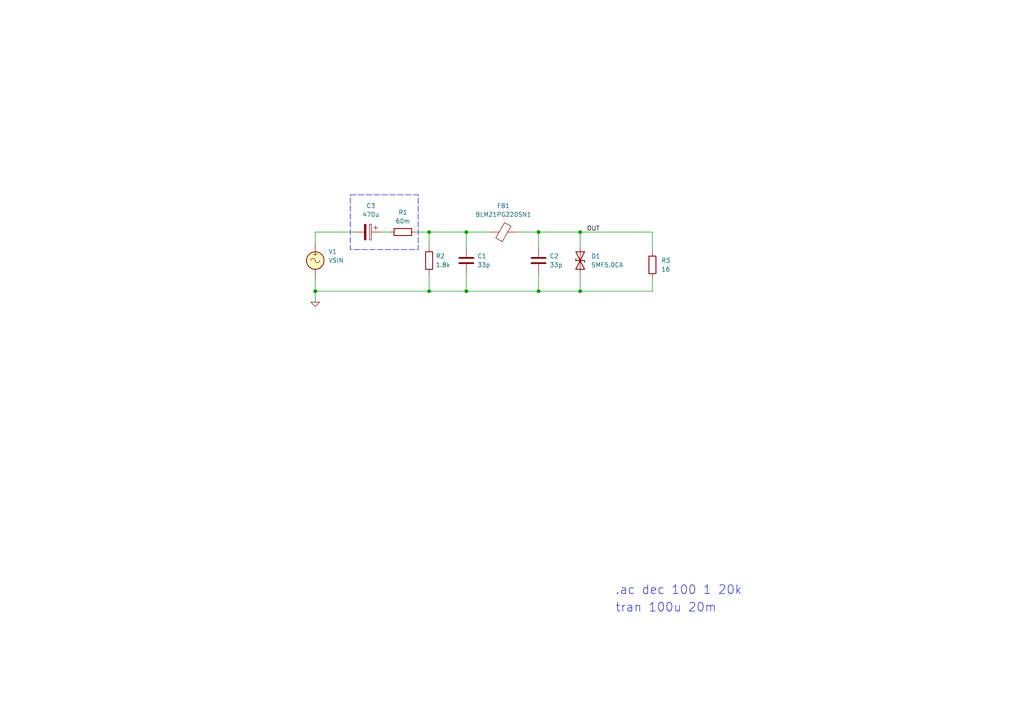
<source format=kicad_sch>
(kicad_sch (version 20230121) (generator eeschema)
  (paper "A4")
  (lib_symbols
    (symbol "Device:C" (pin_numbers hide) (pin_names (offset 0.254))
      (property "Reference" "C" (at 0.635 2.54 0))
      (property "Value" "C" (at 0.635 -2.54 0))
      (symbol "C_0_1"
        (polyline (pts (xy -2.032 -0.762) (xy 2.032 -0.762)) (stroke (width 0.508)))
        (polyline (pts (xy -2.032 0.762) (xy 2.032 0.762)) (stroke (width 0.508)))
      )
      (symbol "C_1_1"
        (pin passive line (at 0 3.81 270) (length 2.794) (name "~") (number "1"))
        (pin passive line (at 0 -3.81 90) (length 2.794) (name "~") (number "2"))
      )
    )
    (symbol "Device:C_Polarized" (pin_numbers hide) (pin_names (offset 0.254))
      (property "Reference" "C" (at 0.635 2.54 0))
      (property "Value" "C_Polarized" (at 0.635 -2.54 0))
      (symbol "C_Polarized_0_1"
        (rectangle (start -2.286 0.508) (end 2.286 1.016))
        (polyline (pts (xy -1.778 2.286) (xy -0.762 2.286)))
        (polyline (pts (xy -1.27 2.794) (xy -1.27 1.778)))
        (rectangle (start 2.286 -0.508) (end -2.286 -1.016) (fill (type outline)))
      )
      (symbol "C_Polarized_1_1"
        (pin passive line (at 0 3.81 270) (length 2.794) (name "~") (number "1"))
        (pin passive line (at 0 -3.81 90) (length 2.794) (name "~") (number "2"))
      )
    )
    (symbol "Device:D_TVS" (pin_numbers hide) (pin_names (offset 1.016) hide)
      (property "Reference" "D" (at 0 2.54 0))
      (property "Value" "D_TVS" (at 0 -2.54 0))
      (symbol "D_TVS_0_1"
        (polyline (pts (xy 1.27 0) (xy -1.27 0)))
        (polyline (pts (xy 0.508 1.27) (xy 0 1.27) (xy 0 -1.27) (xy -0.508 -1.27)) (stroke (width 0.254)))
        (polyline (pts (xy -2.54 1.27) (xy -2.54 -1.27) (xy 2.54 1.27) (xy 2.54 -1.27) (xy -2.54 1.27)) (stroke (width 0.254)))
      )
      (symbol "D_TVS_1_1"
        (pin passive line (at -3.81 0 0) (length 2.54) (name "A1") (number "1"))
        (pin passive line (at 3.81 0 180) (length 2.54) (name "A2") (number "2"))
      )
    )
    (symbol "Device:FerriteBead" (pin_numbers hide) (pin_names (offset 0))
      (property "Reference" "FB" (at -3.81 0.635 90))
      (property "Value" "FerriteBead" (at 3.81 0 90))
      (symbol "FerriteBead_0_1"
        (polyline (pts (xy 0 -1.27) (xy 0 -1.2192)))
        (polyline (pts (xy 0 1.27) (xy 0 1.2954)))
        (polyline (pts (xy -2.7686 0.4064) (xy -1.7018 2.2606) (xy 2.7686 -0.3048) (xy 1.6764 -2.159) (xy -2.7686 0.4064)))
      )
      (symbol "FerriteBead_1_1"
        (pin passive line (at 0 3.81 270) (length 2.54) (name "~") (number "1"))
        (pin passive line (at 0 -3.81 90) (length 2.54) (name "~") (number "2"))
      )
    )
    (symbol "Device:R" (pin_numbers hide) (pin_names (offset 0))
      (property "Reference" "R" (at 2.032 0 90))
      (property "Value" "R" (at 0 0 90))
      (symbol "R_0_1"
        (rectangle (start -1.016 -2.54) (end 1.016 2.54) (stroke (width 0.254)))
      )
      (symbol "R_1_1"
        (pin passive line (at 0 3.81 270) (length 1.27) (name "~") (number "1"))
        (pin passive line (at 0 -3.81 90) (length 1.27) (name "~") (number "2"))
      )
    )
    (symbol "Simulation_SPICE:0" (power) (pin_names (offset 0))
      (property "Value" "0" (at 0 -1.778 0))
      (symbol "0_0_1"
        (polyline (pts (xy -1.27 0) (xy 0 -1.27) (xy 1.27 0) (xy -1.27 0)))
      )
      (symbol "0_1_1"
        (pin power_in line (at 0 0 0) (length 0) hide (name "0") (number "1"))
      )
    )
    (symbol "Simulation_SPICE:VSIN" (pin_numbers hide) (pin_names (offset 0.0254))
      (property "Reference" "V" (at 2.54 2.54 0))
      (property "Value" "VSIN" (at 2.54 0 0))
      (property "Sim.Params" "dc=0 ampl=1 f=1k ac=1" (at 2.54 -2.54 0))
      (symbol "VSIN_0_0"
        (arc (start 0 0) (mid -0.635 0.6323) (end -1.27 0))
        (arc (start 0 0) (mid 0.635 -0.6323) (end 1.27 0))
        (text "+" (at 0 1.905 0) (effects (font (size 1.27 1.27))))
      )
      (symbol "VSIN_0_1"
        (circle (center 0 0) (radius 2.54) (stroke (width 0.254)) (fill (type background)))
      )
      (symbol "VSIN_1_1"
        (pin passive line (at 0 5.08 270) (length 2.54) (name "~") (number "1"))
        (pin passive line (at 0 -5.08 90) (length 2.54) (name "~") (number "2"))
      )
    )
  )
  (junction (at 124.46 67.31))
  (junction (at 156.21 67.31))
  (junction (at 91.44 84.455))
  (junction (at 168.275 67.31))
  (junction (at 135.255 67.31))
  (junction (at 168.275 84.455))
  (junction (at 156.21 84.455))
  (junction (at 124.46 84.455))
  (junction (at 135.255 84.455))
  (wire (pts (xy 189.23 80.645) (xy 189.23 84.455)))
  (wire (pts (xy 156.21 79.375) (xy 156.21 84.455)))
  (wire (pts (xy 149.86 67.31) (xy 156.21 67.31)))
  (wire (pts (xy 168.275 67.31) (xy 156.21 67.31)))
  (wire (pts (xy 135.255 79.375) (xy 135.255 84.455)))
  (wire (pts (xy 91.44 80.645) (xy 91.44 84.455)))
  (wire (pts (xy 156.21 84.455) (xy 135.255 84.455)))
  (wire (pts (xy 156.21 67.31) (xy 156.21 71.755)))
  (wire (pts (xy 168.275 67.31) (xy 189.23 67.31)))
  (wire (pts (xy 135.255 67.31) (xy 142.24 67.31)))
  (wire (pts (xy 135.255 84.455) (xy 124.46 84.455)))
  (wire (pts (xy 189.23 73.025) (xy 189.23 67.31)))
  (wire (pts (xy 168.275 84.455) (xy 156.21 84.455)))
  (wire (pts (xy 91.44 67.31) (xy 102.87 67.31)))
  (wire (pts (xy 91.44 70.485) (xy 91.44 67.31)))
  (wire (pts (xy 135.255 71.755) (xy 135.255 67.31)))
  (wire (pts (xy 168.275 79.375) (xy 168.275 84.455)))
  (wire (pts (xy 124.46 84.455) (xy 124.46 79.375)))
  (wire (pts (xy 168.275 71.755) (xy 168.275 67.31)))
  (wire (pts (xy 91.44 84.455) (xy 91.44 87.63)))
  (wire (pts (xy 124.46 67.31) (xy 135.255 67.31)))
  (wire (pts (xy 91.44 84.455) (xy 124.46 84.455)))
  (wire (pts (xy 110.49 67.31) (xy 113.03 67.31)))
  (wire (pts (xy 189.23 84.455) (xy 168.275 84.455)))
  (wire (pts (xy 124.46 71.755) (xy 124.46 67.31)))
  (wire (pts (xy 120.65 67.31) (xy 124.46 67.31)))
  (rectangle (start 101.6 56.515) (end 121.285 72.39) (stroke (width 0) (type dash)))
  (text ".ac dec 100 1 20k" (at 178.435 172.72 0) (effects (font (size 2.54 2.54)) (justify left bottom)))
  (text "tran 100u 20m" (at 178.435 177.8 0) (effects (font (size 2.54 2.54)) (justify left bottom)))
  (label "OUT" (at 173.99 67.31 180))
  (symbol (lib_id "Device:C") (at 156.21 75.565 0) (unit 1)
    (property "Reference" "C2" (at 159.385 74.295 0) (effects (justify left)))
    (property "Value" "33p" (at 159.385 76.835 0) (effects (justify left)))
  )
  (symbol (lib_id "Device:R") (at 189.23 76.835 0) (unit 1)
    (property "Reference" "R3" (at 191.77 75.565 0) (effects (justify left)))
    (property "Value" "16" (at 191.77 78.105 0) (effects (justify left)))
  )
  (symbol (lib_id "Device:D_TVS") (at 168.275 75.565 90) (unit 1)
    (property "Reference" "D1" (at 171.45 74.295 90) (effects (justify right)))
    (property "Value" "SMF5.0CA" (at 171.45 76.835 90) (effects (justify right)))
    (property "Sim.Library" "SPICEModels/SMAJxxxCA.lib" (effects hide))
    (property "Sim.Name" "SMAJ5.0CA" (effects hide))
    (property "Sim.Device" "SUBCKT" (effects hide))
    (property "Sim.Pins" "1=1 2=2" (effects hide))
  )
  (symbol (lib_id "Simulation_SPICE:0") (at 91.44 87.63 0) (unit 1)
    (property "Reference" "#GND01" (effects hide))
    (property "Value" "0" (effects hide))
  )
  (symbol (lib_id "Simulation_SPICE:VSIN") (at 91.44 75.565 0) (unit 1)
    (property "Reference" "V1" (at 95.25 72.9892 0) (effects (justify left)))
    (property "Value" "VSIN" (at 95.25 75.5292 0) (effects (justify left)))
    (property "Sim.Pins" "1=+ 2=-" (effects hide))
    (property "Sim.Params" "dc=0 ampl=1 f=1k td=0 theta=0 phase=0 ac=1" (effects hide))
    (property "Sim.Type" "SIN" (effects hide))
    (property "Sim.Device" "V" (effects hide))
  )
  (symbol (lib_id "Device:C") (at 135.255 75.565 0) (unit 1)
    (property "Reference" "C1" (at 138.43 74.295 0) (effects (justify left)))
    (property "Value" "33p" (at 138.43 76.835 0) (effects (justify left)))
    (property "Sim.Device" "C" (effects hide))
    (property "Sim.Params" "c=33p" (effects hide))
    (property "Sim.Pins" "1=+ 2=-" (effects hide))
  )
  (symbol (lib_id "Device:C_Polarized") (at 106.68 67.31 270) (unit 1)
    (property "Reference" "C3" (at 107.569 59.69 90))
    (property "Value" "470u" (at 107.569 62.23 90))
  )
  (symbol (lib_id "Device:R") (at 116.84 67.31 90) (unit 1)
    (property "Reference" "R1" (at 116.84 61.595 90))
    (property "Value" "60m" (at 116.84 64.135 90))
  )
  (symbol (lib_id "Device:FerriteBead") (at 146.05 67.31 90) (unit 1)
    (property "Reference" "FB1" (at 145.9992 59.69 90))
    (property "Value" "BLM21PG220SN1" (at 145.9992 62.23 90))
    (property "Sim.Library" "SPICEModels/BLM21PG220SN1.lib" (effects hide))
    (property "Sim.Name" "BLM21PG220SN1" (effects hide))
    (property "Sim.Device" "SUBCKT" (effects hide))
    (property "Sim.Pins" "1=port1 2=port2" (effects hide))
  )
  (symbol (lib_id "Device:R") (at 124.46 75.565 0) (unit 1)
    (property "Reference" "R2" (at 126.365 74.295 0) (effects (justify left)))
    (property "Value" "1.8k" (at 126.365 76.835 0) (effects (justify left)))
  )
)
</source>
